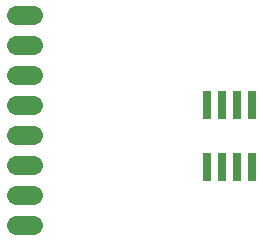
<source format=gbr>
G04 EAGLE Gerber RS-274X export*
G75*
%MOMM*%
%FSLAX34Y34*%
%LPD*%
%INSoldermask Top*%
%IPPOS*%
%AMOC8*
5,1,8,0,0,1.08239X$1,22.5*%
G01*
G04 Define Apertures*
%ADD10R,0.803200X2.403200*%
%ADD11C,1.625600*%
D10*
X213750Y107700D03*
X213750Y159700D03*
X201050Y107700D03*
X226450Y107700D03*
X239150Y107700D03*
X201050Y159700D03*
X226450Y159700D03*
X239150Y159700D03*
D11*
X53112Y58500D02*
X38888Y58500D01*
X38888Y83900D02*
X53112Y83900D01*
X53112Y109300D02*
X38888Y109300D01*
X38888Y134700D02*
X53112Y134700D01*
X53112Y160100D02*
X38888Y160100D01*
X38888Y210900D02*
X53112Y210900D01*
X53112Y185500D02*
X38888Y185500D01*
X38888Y236300D02*
X53112Y236300D01*
M02*

</source>
